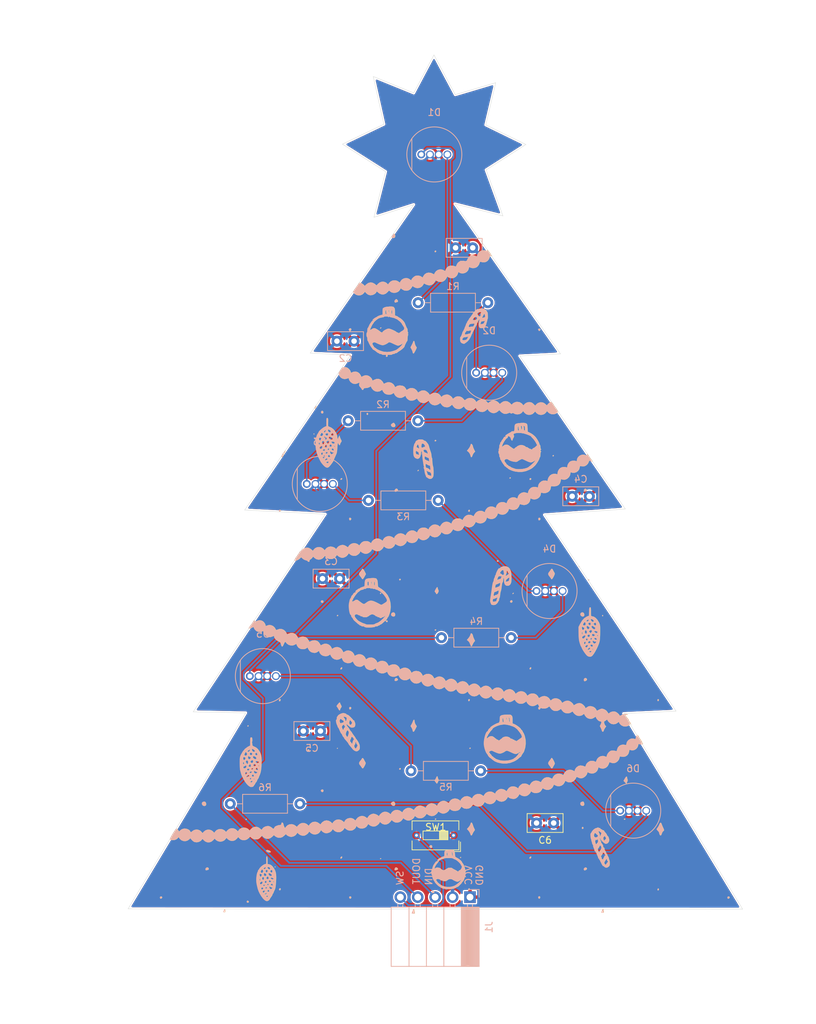
<source format=kicad_pcb>
(kicad_pcb (version 20171130) (host pcbnew 5.99.0+really5.1.10+dfsg1-1)
  (layers (0 F.Cu signal) (31 B.Cu signal) (34 B.Paste user) (35 F.Paste user) (36 B.SilkS user) (37 F.SilkS user) (38 B.Mask user) (39 F.Mask user) (44 Edge.Cuts user))
  (net 0 "")
  (net 1 "Net-(D1-Pad4)")
  (net 2 "Net-(D2-Pad4)")
  (net 3 "Net-(D3-Pad4)")
  (net 4 "Net-(D4-Pad4)")
  (net 5 "Net-(D5-Pad4)")
  (net 6 /GND)
  (net 7 /VCC)
  (net 8 /DOUT)
  (net 9 /DIN)
  (net 10 "Net-(D2-Pad1)")
  (net 11 "Net-(D3-Pad1)")
  (net 12 "Net-(D4-Pad1)")
  (net 13 "Net-(D5-Pad1)")
  (net 14 "Net-(D6-Pad4)")
  (net 15 "Net-(D6-Pad1)")
  (net 16 /SW)
  (module stromcek-led:ozdoby (layer F.Cu) (at 139.9 99)
    (fp_text reference FID1 hide)
    (fp_text value Fiducial hide)
  )
  (module Resistor_THT:R_Axial_DIN0207_L6.3mm_D2.5mm_P10.16mm_Horizontal (layer B.Cu) (at 151 117.8 180)
    (fp_text reference R4 (at 5.08 2.37) (layer B.SilkS) (effects (justify mirror)))
    (fp_text value R)
    (pad 2 thru_hole oval (at 10.16 0 180) (size 1.6 1.6) (drill 0.8) (layers *.Cu *.Mask) (net 13 "Net-(D5-Pad1)"))
    (pad 1 thru_hole circle (at 0 0 180) (size 1.6 1.6) (drill 0.8) (layers *.Cu *.Mask) (net 4 "Net-(D4-Pad4)"))
  )
  (module Button_Switch_SMD:SW_DIP_SPSTx01_Slide_6.7x4.1mm_W6.73mm_P2.54mm_LowProfile_JPin (layer F.Cu) (at 139.965 146.6 180)
    (fp_text reference SW1 (at -0.035 1.2) (layer F.SilkS))
    (fp_text value SW_Push)
    (pad 2 smd rect (at 3.365 0 180) (size 2.16 1.12) (layers F.Cu F.Paste F.Mask) (net 16 /SW))
    (pad 1 smd rect (at -3.365 0 180) (size 2.16 1.12) (layers F.Cu F.Paste F.Mask) (net 6 /GND))
  )
  (module WS2812D:WS2812D (layer B.Cu) (at 114.8 123.4)
    (fp_text reference D5 (at -0.01 -6.13) (layer B.SilkS) (effects (justify mirror)))
    (fp_text value WS2812D)
    (pad 4 thru_hole circle (at 1.9 0) (size 1.15 1.15) (drill 0.8) (layers *.Cu *.Mask) (net 5 "Net-(D5-Pad4)"))
    (pad 3 thru_hole circle (at 0.63 0) (size 1.15 1.15) (drill 0.8) (layers *.Cu *.Mask) (net 6 /GND))
    (pad 2 thru_hole circle (at -0.63 0) (size 1.15 1.15) (drill 0.8) (layers *.Cu *.Mask) (net 7 /VCC))
    (pad 1 thru_hole circle (at -1.9 0) (size 1.15 1.15) (drill 0.7) (layers *.Cu *.Mask) (net 13 "Net-(D5-Pad1)"))
  )
  (module Connector_PinSocket_2.54mm:PinSocket_1x05_P2.54mm_Horizontal (layer B.Cu) (at 145 155.6 90)
    (fp_text reference J1 (at -4.38 2.77 270) (layer B.SilkS) (effects (justify mirror)))
    (fp_text value Conn_01x05_Female)
    (pad 5 thru_hole oval (at 0 -10.16 90) (size 1.7 1.7) (drill 1) (layers *.Cu *.Mask) (net 16 /SW))
    (pad 4 thru_hole oval (at 0 -7.62 90) (size 1.7 1.7) (drill 1) (layers *.Cu *.Mask) (net 8 /DOUT))
    (pad 3 thru_hole oval (at 0 -5.08 90) (size 1.7 1.7) (drill 1) (layers *.Cu *.Mask) (net 9 /DIN))
    (pad 2 thru_hole oval (at 0 -2.54 90) (size 1.7 1.7) (drill 1) (layers *.Cu *.Mask) (net 7 /VCC))
    (pad 1 thru_hole rect (at 0 0 90) (size 1.7 1.7) (drill 1) (layers *.Cu *.Mask) (net 6 /GND))
  )
  (module Resistor_THT:R_Axial_DIN0207_L6.3mm_D2.5mm_P10.16mm_Horizontal (layer B.Cu) (at 137.4 86.2 180)
    (fp_text reference R2 (at 5.08 2.37) (layer B.SilkS) (effects (justify mirror)))
    (fp_text value R)
    (pad 2 thru_hole oval (at 10.16 0 180) (size 1.6 1.6) (drill 0.8) (layers *.Cu *.Mask) (net 11 "Net-(D3-Pad1)"))
    (pad 1 thru_hole circle (at 0 0 180) (size 1.6 1.6) (drill 0.8) (layers *.Cu *.Mask) (net 2 "Net-(D2-Pad4)"))
  )
  (module Resistor_THT:R_Axial_DIN0207_L6.3mm_D2.5mm_P10.16mm_Horizontal (layer B.Cu) (at 130.2 97.8)
    (fp_text reference R3 (at 5.08 2.37) (layer B.SilkS) (effects (justify mirror)))
    (fp_text value R)
    (pad 2 thru_hole oval (at 10.16 0) (size 1.6 1.6) (drill 0.8) (layers *.Cu *.Mask) (net 12 "Net-(D4-Pad1)"))
    (pad 1 thru_hole circle (at 0 0) (size 1.6 1.6) (drill 0.8) (layers *.Cu *.Mask) (net 3 "Net-(D3-Pad4)"))
  )
  (module WS2812D:WS2812D (layer B.Cu) (at 168.8 143)
    (fp_text reference D6 (at -0.01 -6.13) (layer B.SilkS) (effects (justify mirror)))
    (fp_text value WS2812D)
    (pad 4 thru_hole circle (at 1.9 0) (size 1.15 1.15) (drill 0.8) (layers *.Cu *.Mask) (net 14 "Net-(D6-Pad4)"))
    (pad 3 thru_hole circle (at 0.63 0) (size 1.15 1.15) (drill 0.8) (layers *.Cu *.Mask) (net 6 /GND))
    (pad 2 thru_hole circle (at -0.63 0) (size 1.15 1.15) (drill 0.8) (layers *.Cu *.Mask) (net 7 /VCC))
    (pad 1 thru_hole circle (at -1.9 0) (size 1.15 1.15) (drill 0.7) (layers *.Cu *.Mask) (net 15 "Net-(D6-Pad1)"))
  )
  (module WS2812D:WS2812D (layer B.Cu) (at 156.6 111)
    (fp_text reference D4 (at -0.01 -6.13) (layer B.SilkS) (effects (justify mirror)))
    (fp_text value WS2812D)
    (pad 4 thru_hole circle (at 1.9 0) (size 1.15 1.15) (drill 0.8) (layers *.Cu *.Mask) (net 4 "Net-(D4-Pad4)"))
    (pad 3 thru_hole circle (at 0.63 0) (size 1.15 1.15) (drill 0.8) (layers *.Cu *.Mask) (net 6 /GND))
    (pad 2 thru_hole circle (at -0.63 0) (size 1.15 1.15) (drill 0.8) (layers *.Cu *.Mask) (net 7 /VCC))
    (pad 1 thru_hole circle (at -1.9 0) (size 1.15 1.15) (drill 0.7) (layers *.Cu *.Mask) (net 12 "Net-(D4-Pad1)"))
  )
  (module WS2812D:WS2812D (layer B.Cu) (at 123.1 95.4)
    (fp_text reference D3 (at -0.01 -6.13) (layer B.SilkS) (effects (justify mirror)))
    (fp_text value WS2812D)
    (pad 4 thru_hole circle (at 1.9 0) (size 1.15 1.15) (drill 0.8) (layers *.Cu *.Mask) (net 3 "Net-(D3-Pad4)"))
    (pad 3 thru_hole circle (at 0.63 0) (size 1.15 1.15) (drill 0.8) (layers *.Cu *.Mask) (net 6 /GND))
    (pad 2 thru_hole circle (at -0.63 0) (size 1.15 1.15) (drill 0.8) (layers *.Cu *.Mask) (net 7 /VCC))
    (pad 1 thru_hole circle (at -1.9 0) (size 1.15 1.15) (drill 0.7) (layers *.Cu *.Mask) (net 11 "Net-(D3-Pad1)"))
  )
  (module Capacitor_THT:C_Disc_D5.0mm_W2.5mm_P2.50mm (layer F.Cu) (at 157.2 144.8 180)
    (fp_text reference C6 (at 1.25 -2.5) (layer F.SilkS))
    (fp_text value C)
    (pad 2 thru_hole circle (at 2.5 0 180) (size 1.6 1.6) (drill 0.8) (layers *.Cu *.Mask) (net 7 /VCC))
    (pad 1 thru_hole circle (at 0 0 180) (size 1.6 1.6) (drill 0.8) (layers *.Cu *.Mask) (net 6 /GND))
  )
  (module WS2812D:WS2812D (layer B.Cu) (at 139.8 47.4)
    (fp_text reference D1 (at -0.01 -6.13) (layer B.SilkS) (effects (justify mirror)))
    (fp_text value WS2812D)
    (pad 4 thru_hole circle (at 1.9 0) (size 1.15 1.15) (drill 0.8) (layers *.Cu *.Mask) (net 1 "Net-(D1-Pad4)"))
    (pad 3 thru_hole circle (at 0.63 0) (size 1.15 1.15) (drill 0.8) (layers *.Cu *.Mask) (net 6 /GND))
    (pad 2 thru_hole circle (at -0.63 0) (size 1.15 1.15) (drill 0.8) (layers *.Cu *.Mask) (net 7 /VCC))
    (pad 1 thru_hole circle (at -1.9 0) (size 1.15 1.15) (drill 0.7) (layers *.Cu *.Mask) (net 8 /DOUT))
  )
  (module Capacitor_THT:C_Disc_D5.0mm_W2.5mm_P2.50mm (layer B.Cu) (at 126 109.2 180)
    (fp_text reference C3 (at 1.25 2.5) (layer B.SilkS) (effects (justify mirror)))
    (fp_text value C)
    (pad 2 thru_hole circle (at 2.5 0 180) (size 1.6 1.6) (drill 0.8) (layers *.Cu *.Mask) (net 7 /VCC))
    (pad 1 thru_hole circle (at 0 0 180) (size 1.6 1.6) (drill 0.8) (layers *.Cu *.Mask) (net 6 /GND))
  )
  (module Capacitor_THT:C_Disc_D5.0mm_W2.5mm_P2.50mm (layer B.Cu) (at 120.7 131.4)
    (fp_text reference C5 (at 1.25 2.5) (layer B.SilkS) (effects (justify mirror)))
    (fp_text value C)
    (pad 2 thru_hole circle (at 2.5 0) (size 1.6 1.6) (drill 0.8) (layers *.Cu *.Mask) (net 7 /VCC))
    (pad 1 thru_hole circle (at 0 0) (size 1.6 1.6) (drill 0.8) (layers *.Cu *.Mask) (net 6 /GND))
  )
  (module WS2812D:WS2812D (layer B.Cu) (at 147.8 79.2)
    (fp_text reference D2 (at -0.01 -6.13) (layer B.SilkS) (effects (justify mirror)))
    (fp_text value WS2812D)
    (pad 4 thru_hole circle (at 1.9 0) (size 1.15 1.15) (drill 0.8) (layers *.Cu *.Mask) (net 2 "Net-(D2-Pad4)"))
    (pad 3 thru_hole circle (at 0.63 0) (size 1.15 1.15) (drill 0.8) (layers *.Cu *.Mask) (net 6 /GND))
    (pad 2 thru_hole circle (at -0.63 0) (size 1.15 1.15) (drill 0.8) (layers *.Cu *.Mask) (net 7 /VCC))
    (pad 1 thru_hole circle (at -1.9 0) (size 1.15 1.15) (drill 0.7) (layers *.Cu *.Mask) (net 10 "Net-(D2-Pad1)"))
  )
  (module Resistor_THT:R_Axial_DIN0207_L6.3mm_D2.5mm_P10.16mm_Horizontal (layer B.Cu) (at 120.2 142 180)
    (fp_text reference R6 (at 5.08 2.37) (layer B.SilkS) (effects (justify mirror)))
    (fp_text value R)
    (pad 2 thru_hole oval (at 10.16 0 180) (size 1.6 1.6) (drill 0.8) (layers *.Cu *.Mask) (net 9 /DIN))
    (pad 1 thru_hole circle (at 0 0 180) (size 1.6 1.6) (drill 0.8) (layers *.Cu *.Mask) (net 14 "Net-(D6-Pad4)"))
  )
  (module Resistor_THT:R_Axial_DIN0207_L6.3mm_D2.5mm_P10.16mm_Horizontal (layer B.Cu) (at 147.6 69 180)
    (fp_text reference R1 (at 5.08 2.37 180) (layer B.SilkS) (effects (justify mirror)))
    (fp_text value R)
    (pad 2 thru_hole oval (at 10.16 0 180) (size 1.6 1.6) (drill 0.8) (layers *.Cu *.Mask) (net 1 "Net-(D1-Pad4)"))
    (pad 1 thru_hole circle (at 0 0 180) (size 1.6 1.6) (drill 0.8) (layers *.Cu *.Mask) (net 10 "Net-(D2-Pad1)"))
  )
  (module Resistor_THT:R_Axial_DIN0207_L6.3mm_D2.5mm_P10.16mm_Horizontal (layer B.Cu) (at 136.4 137.2)
    (fp_text reference R5 (at 5.08 2.37) (layer B.SilkS) (effects (justify mirror)))
    (fp_text value R)
    (pad 2 thru_hole oval (at 10.16 0) (size 1.6 1.6) (drill 0.8) (layers *.Cu *.Mask) (net 15 "Net-(D6-Pad1)"))
    (pad 1 thru_hole circle (at 0 0) (size 1.6 1.6) (drill 0.8) (layers *.Cu *.Mask) (net 5 "Net-(D5-Pad4)"))
  )
  (module Capacitor_THT:C_Disc_D5.0mm_W2.5mm_P2.50mm (layer B.Cu) (at 142.9 61)
    (fp_text reference C1 (at 1.25 2.5) (layer B.SilkS) (effects (justify mirror)))
    (fp_text value C)
    (pad 2 thru_hole circle (at 2.5 0) (size 1.6 1.6) (drill 0.8) (layers *.Cu *.Mask) (net 7 /VCC))
    (pad 1 thru_hole circle (at 0 0) (size 1.6 1.6) (drill 0.8) (layers *.Cu *.Mask) (net 6 /GND))
  )
  (module Capacitor_THT:C_Disc_D5.0mm_W2.5mm_P2.50mm (layer B.Cu) (at 125.6 74.6)
    (fp_text reference C2 (at 1.25 2.5) (layer B.SilkS) (effects (justify mirror)))
    (fp_text value C)
    (pad 2 thru_hole circle (at 2.5 0) (size 1.6 1.6) (drill 0.8) (layers *.Cu *.Mask) (net 6 /GND))
    (pad 1 thru_hole circle (at 0 0) (size 1.6 1.6) (drill 0.8) (layers *.Cu *.Mask) (net 7 /VCC))
  )
  (module Capacitor_THT:C_Disc_D5.0mm_W2.5mm_P2.50mm (layer B.Cu) (at 162.4 97.2 180)
    (fp_text reference C4 (at 1.25 2.5) (layer B.SilkS) (effects (justify mirror)))
    (fp_text value C)
    (pad 2 thru_hole circle (at 2.5 0 180) (size 1.6 1.6) (drill 0.8) (layers *.Cu *.Mask) (net 7 /VCC))
    (pad 1 thru_hole circle (at 0 0 180) (size 1.6 1.6) (drill 0.8) (layers *.Cu *.Mask) (net 6 /GND))
  )
  (gr_text GND (at 146.4 152.4 90) (layer B.SilkS) (effects (font (size 1 1)) (justify mirror)))
  (gr_text VCC (at 144.8 152.4 90) (layer B.SilkS) (effects (font (size 1 1)) (justify mirror)))
  (gr_text DIN (at 139 152.6 90) (layer B.SilkS) (effects (font (size 1 1)) (justify mirror)))
  (gr_text DOUT (at 137.2 151.8 90) (layer B.SilkS) (effects (font (size 1 1)) (justify mirror)))
  (gr_text SW (at 134.8 152.8 90) (layer B.SilkS) (effects (font (size 1 1)) (justify mirror)))
  (gr_line (start 149.8 56.35) (end 142.8 54.6) (layer Edge.Cuts) (width 0.05))
  (gr_line (start 147.35 49.65) (end 149.8 56.35) (layer Edge.Cuts) (width 0.05))
  (gr_line (start 153.15 45.95) (end 147.35 49.65) (layer Edge.Cuts) (width 0.05))
  (gr_line (start 147.3 43.1) (end 153.15 45.95) (layer Edge.Cuts) (width 0.05))
  (gr_line (start 148.75 36.95) (end 147.3 43.1) (layer Edge.Cuts) (width 0.05))
  (gr_line (start 142.85 38.7) (end 148.75 36.95) (layer Edge.Cuts) (width 0.05))
  (gr_line (start 139.75 32.9) (end 142.85 38.7) (layer Edge.Cuts) (width 0.05))
  (gr_line (start 136.8 38.45) (end 139.75 32.9) (layer Edge.Cuts) (width 0.05))
  (gr_line (start 130.9 36.05) (end 136.8 38.45) (layer Edge.Cuts) (width 0.05))
  (gr_line (start 132.45 43) (end 130.9 36.05) (layer Edge.Cuts) (width 0.05))
  (gr_line (start 126.4 45.9) (end 132.45 43) (layer Edge.Cuts) (width 0.05))
  (gr_line (start 132.7 49.9) (end 126.4 45.9) (layer Edge.Cuts) (width 0.05))
  (gr_line (start 131 56.55) (end 132.7 49.9) (layer Edge.Cuts) (width 0.05))
  (gr_line (start 136.8 54.7) (end 131 56.55) (layer Edge.Cuts) (width 0.05))
  (gr_line (start 121.7 76.35) (end 136.8 54.7) (layer Edge.Cuts) (width 0.05))
  (gr_line (start 127.6 76.6) (end 121.7 76.35) (layer Edge.Cuts) (width 0.05))
  (gr_line (start 112.15 99.2) (end 127.6 76.6) (layer Edge.Cuts) (width 0.05))
  (gr_line (start 123.9 99.8) (end 112.15 99.2) (layer Edge.Cuts) (width 0.05))
  (gr_line (start 104.65 128.6) (end 123.9 99.8) (layer Edge.Cuts) (width 0.05))
  (gr_line (start 112.3 128.75) (end 104.65 128.6) (layer Edge.Cuts) (width 0.05))
  (gr_line (start 95.15 157.3) (end 112.3 128.75) (layer Edge.Cuts) (width 0.05))
  (gr_line (start 184.75 157.35) (end 95.15 157.3) (layer Edge.Cuts) (width 0.05))
  (gr_line (start 167.4 128.85) (end 184.75 157.35) (layer Edge.Cuts) (width 0.05))
  (gr_line (start 175.05 128.5) (end 167.4 128.85) (layer Edge.Cuts) (width 0.05))
  (gr_line (start 155.85 99.9) (end 175.05 128.5) (layer Edge.Cuts) (width 0.05))
  (gr_line (start 167.65 99.05) (end 155.85 99.9) (layer Edge.Cuts) (width 0.05))
  (gr_line (start 152.25 76.75) (end 167.65 99.05) (layer Edge.Cuts) (width 0.05))
  (gr_line (start 158.2 76.45) (end 152.25 76.75) (layer Edge.Cuts) (width 0.05))
  (gr_line (start 142.8 54.6) (end 158.2 76.45) (layer Edge.Cuts) (width 0.05))
  (via (at 137.2 146.6) (size 0.8) (drill 0.4) (layers F.Cu B.Cu) (net 16))
  (segment (start 141.7 64.74) (end 141.7 47.4) (width 0.25) (layer B.Cu) (net 1))
  (segment (start 137.44 69) (end 141.7 64.74) (width 0.25) (layer B.Cu) (net 1))
  (segment (start 137.4 86.2) (end 143.8 86.2) (width 0.25) (layer B.Cu) (net 2))
  (segment (start 149.7 80.3) (end 149.7 79.2) (width 0.25) (layer B.Cu) (net 2))
  (segment (start 143.8 86.2) (end 149.7 80.3) (width 0.25) (layer B.Cu) (net 2))
  (segment (start 127.4 97.8) (end 125 95.4) (width 0.25) (layer B.Cu) (net 3))
  (segment (start 130.2 97.8) (end 127.4 97.8) (width 0.25) (layer B.Cu) (net 3))
  (segment (start 151 117.8) (end 154.6 117.8) (width 0.25) (layer B.Cu) (net 4))
  (segment (start 158.5 113.9) (end 158.5 111) (width 0.25) (layer B.Cu) (net 4))
  (segment (start 154.6 117.8) (end 158.5 113.9) (width 0.25) (layer B.Cu) (net 4))
  (segment (start 136.4 137.2) (end 136.4 133.6) (width 0.25) (layer B.Cu) (net 5))
  (segment (start 126.2 123.4) (end 116.7 123.4) (width 0.25) (layer B.Cu) (net 5))
  (segment (start 136.4 133.6) (end 126.2 123.4) (width 0.25) (layer B.Cu) (net 5))
  (via (at 142.6 146.6) (size 0.8) (drill 0.4) (layers F.Cu B.Cu) (net 6))
  (segment (start 122.47 96.213172) (end 122.47 95.4) (width 0.25) (layer B.Cu) (net 7))
  (segment (start 124.299999 98.043171) (end 122.47 96.213172) (width 0.25) (layer B.Cu) (net 7))
  (segment (start 124.299999 108.400001) (end 124.299999 98.043171) (width 0.25) (layer B.Cu) (net 7))
  (segment (start 123.5 109.2) (end 124.299999 108.400001) (width 0.25) (layer B.Cu) (net 7))
  (segment (start 137.9 47.337998) (end 137.9 47.4) (width 0.25) (layer B.Cu) (net 8))
  (segment (start 142.132001 46.499999) (end 138.737999 46.499999) (width 0.25) (layer B.Cu) (net 8))
  (segment (start 142.15001 48.281992) (end 142.600001 47.832001) (width 0.25) (layer B.Cu) (net 8))
  (segment (start 142.15001 79.784988) (end 142.15001 48.281992) (width 0.25) (layer B.Cu) (net 8))
  (segment (start 137.38 155.6) (end 132.830009 151.050009) (width 0.25) (layer B.Cu) (net 8))
  (segment (start 117.500427 117.349991) (end 119.515012 117.34999) (width 0.25) (layer B.Cu) (net 8))
  (segment (start 132.830009 151.050009) (end 117.425007 151.050009) (width 0.25) (layer B.Cu) (net 8))
  (segment (start 117.425007 151.050009) (end 108.914999 142.540001) (width 0.25) (layer B.Cu) (net 8))
  (segment (start 138.737999 46.499999) (end 137.9 47.337998) (width 0.25) (layer B.Cu) (net 8))
  (segment (start 142.600001 46.967999) (end 142.132001 46.499999) (width 0.25) (layer B.Cu) (net 8))
  (segment (start 108.914999 141.459999) (end 114.8 135.574998) (width 0.25) (layer B.Cu) (net 8))
  (segment (start 114.8 135.574998) (end 114.8 126.632002) (width 0.25) (layer B.Cu) (net 8))
  (segment (start 114.8 126.632002) (end 111.999999 123.832001) (width 0.25) (layer B.Cu) (net 8))
  (segment (start 111.999999 123.832001) (end 111.999999 122.850419) (width 0.25) (layer B.Cu) (net 8))
  (segment (start 111.999999 122.850419) (end 117.500427 117.349991) (width 0.25) (layer B.Cu) (net 8))
  (segment (start 108.914999 142.540001) (end 108.914999 141.459999) (width 0.25) (layer B.Cu) (net 8))
  (segment (start 131.325001 105.540001) (end 131.325001 90.609997) (width 0.25) (layer B.Cu) (net 8))
  (segment (start 142.600001 47.832001) (end 142.600001 46.967999) (width 0.25) (layer B.Cu) (net 8))
  (segment (start 119.515012 117.34999) (end 131.325001 105.540001) (width 0.25) (layer B.Cu) (net 8))
  (segment (start 131.325001 90.609997) (end 142.15001 79.784988) (width 0.25) (layer B.Cu) (net 8))
  (segment (start 110.04 142) (end 118.64 150.6) (width 0.25) (layer B.Cu) (net 9))
  (segment (start 134.92 150.6) (end 134.2 150.6) (width 0.25) (layer B.Cu) (net 9))
  (segment (start 139.92 155.6) (end 134.92 150.6) (width 0.25) (layer B.Cu) (net 9))
  (segment (start 134.2 150.6) (end 134.52 150.6) (width 0.25) (layer B.Cu) (net 9))
  (segment (start 118.64 150.6) (end 134.2 150.6) (width 0.25) (layer B.Cu) (net 9))
  (segment (start 145.9 70.7) (end 147.6 69) (width 0.25) (layer B.Cu) (net 10))
  (segment (start 145.9 79.2) (end 145.9 70.7) (width 0.25) (layer B.Cu) (net 10))
  (segment (start 121.2 92.24) (end 127.24 86.2) (width 0.25) (layer B.Cu) (net 11))
  (segment (start 121.2 95.4) (end 121.2 92.24) (width 0.25) (layer B.Cu) (net 11))
  (segment (start 153.56 111) (end 140.36 97.8) (width 0.25) (layer B.Cu) (net 12))
  (segment (start 154.7 111) (end 153.56 111) (width 0.25) (layer B.Cu) (net 12))
  (segment (start 117.686828 117.8) (end 140.84 117.8) (width 0.25) (layer B.Cu) (net 13))
  (segment (start 112.9 122.586828) (end 117.686828 117.8) (width 0.25) (layer B.Cu) (net 13))
  (segment (start 112.9 123.4) (end 112.9 122.586828) (width 0.25) (layer B.Cu) (net 13))
  (segment (start 120.2 142) (end 146.2 142) (width 0.25) (layer B.Cu) (net 14))
  (segment (start 146.2 142) (end 153.2 149) (width 0.25) (layer B.Cu) (net 14))
  (segment (start 170.7 143.813172) (end 170.7 143) (width 0.25) (layer B.Cu) (net 14))
  (segment (start 165.513172 149) (end 170.7 143.813172) (width 0.25) (layer B.Cu) (net 14))
  (segment (start 153.2 149) (end 165.513172 149) (width 0.25) (layer B.Cu) (net 14))
  (segment (start 166.9 143) (end 164.4 143) (width 0.25) (layer B.Cu) (net 15))
  (segment (start 158.6 137.2) (end 146.56 137.2) (width 0.25) (layer B.Cu) (net 15))
  (segment (start 164.4 143) (end 158.6 137.2) (width 0.25) (layer B.Cu) (net 15))
  (segment (start 136.015001 156.775001) (end 134.84 155.6) (width 0.25) (layer B.Cu) (net 16))
  (segment (start 141.095001 156.353999) (end 140.673999 156.775001) (width 0.25) (layer B.Cu) (net 16))
  (segment (start 140.673999 156.775001) (end 136.015001 156.775001) (width 0.25) (layer B.Cu) (net 16))
  (segment (start 141.095001 150.495001) (end 141.095001 156.353999) (width 0.25) (layer B.Cu) (net 16))
  (segment (start 137.2 146.6) (end 141.095001 150.495001) (width 0.25) (layer B.Cu) (net 16))
  (zone (net 6) (net_name /GND) (layer F.Cu) (connect_pads (clearance 0.2)) (min_thickness 0.254) (fill yes (arc_segments 32) (thermal_gap 0.508) (thermal_bridge_width 0.508))
    (polygon (pts (xy 194.95 171) (xy 79.05 171.15) (xy 78.6 26) (xy 195.45 24.9)))
  )
  (zone (net 7) (net_name /VCC) (layer B.Cu) (connect_pads (clearance 0.2)) (min_thickness 0.254) (fill yes (arc_segments 32) (thermal_gap 0.508) (thermal_bridge_width 0.508))
    (polygon (pts (xy 192.674623 173.5126) (xy 76.674623 174.1126) (xy 76.474623 28.5126) (xy 193.474623 27.3126)))
  )
)
</source>
